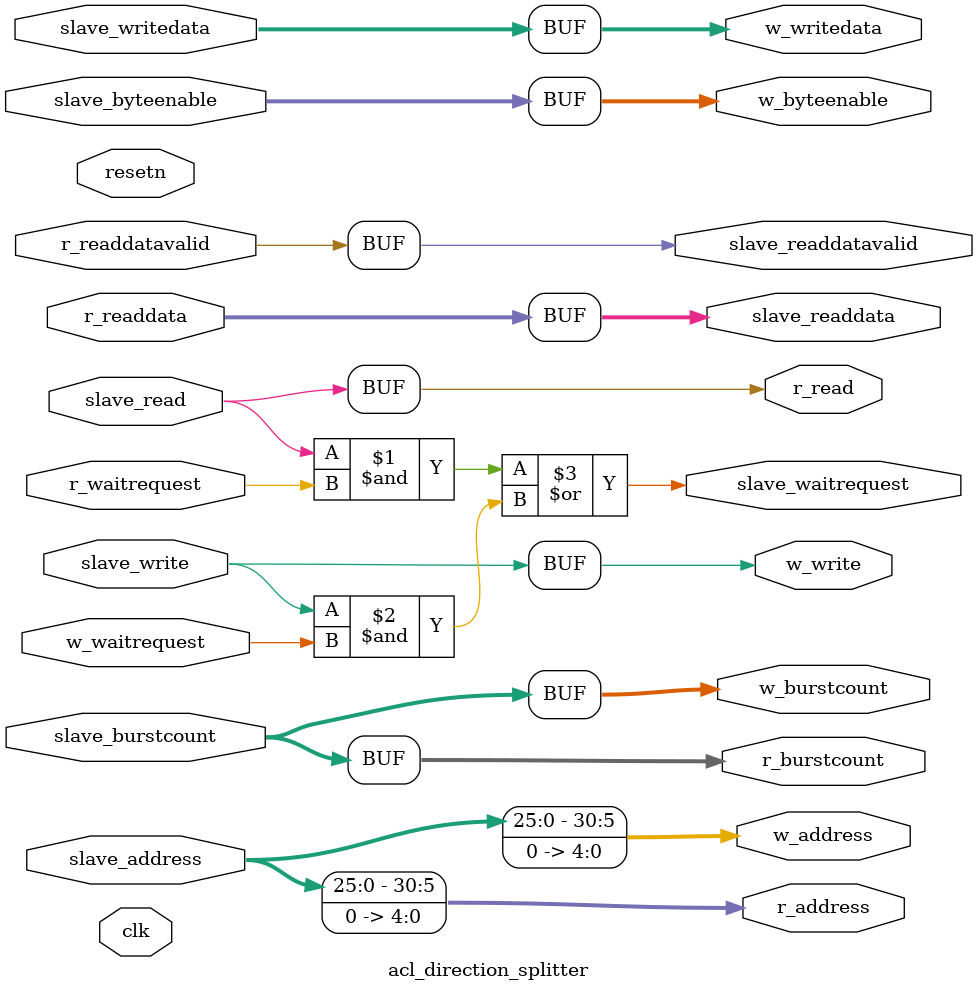
<source format=sv>
module acl_direction_splitter #
(
    parameter WIDTH_D = 256,
    parameter S_WIDTH_A = 26,
    parameter NUM_BANKS = 2,
    parameter M_WIDTH_A = S_WIDTH_A+$clog2(WIDTH_D/8), 
    parameter BURSTCOUNT_WIDTH = 6,
    parameter BYTEENABLE_WIDTH = WIDTH_D,
    parameter MAX_PENDING_READS = 64
)
(
    input clk,
    input resetn,

    // Slave port
    input [S_WIDTH_A-1:0] slave_address,  // Word address
    input [WIDTH_D-1:0] slave_writedata,
    input slave_read,
    input slave_write,
    input [BURSTCOUNT_WIDTH-1:0] slave_burstcount,
    input [BYTEENABLE_WIDTH-1:0] slave_byteenable,
    output slave_waitrequest,
    output [WIDTH_D-1:0] slave_readdata,
    output slave_readdatavalid,

    output [M_WIDTH_A-1:0] r_address,  // Byte address
    output r_read,
    output [BURSTCOUNT_WIDTH-1:0] r_burstcount,
    input r_waitrequest,
    input [WIDTH_D-1:0] r_readdata,
    input r_readdatavalid,

    output [M_WIDTH_A-1:0] w_address,  // Byte address
    output [WIDTH_D-1:0] w_writedata,
    output w_write,
    output [BURSTCOUNT_WIDTH-1:0] w_burstcount,
    output [BYTEENABLE_WIDTH-1:0] w_byteenable,
    input w_waitrequest
);

assign r_read = slave_read;
assign r_burstcount = slave_burstcount;
assign r_address = {slave_address,{$clog2(WIDTH_D/8){1'b0}}}; //byteaddr

assign w_write = slave_write;
assign w_writedata = slave_writedata;
assign w_burstcount = slave_burstcount;
assign w_address = {slave_address,{$clog2(WIDTH_D/8){1'b0}}}; //byteaddr
assign w_byteenable = slave_byteenable;

assign slave_waitrequest = (slave_read & r_waitrequest) | (slave_write & w_waitrequest);
assign slave_readdata = r_readdata;
assign slave_readdatavalid = r_readdatavalid;

endmodule

</source>
